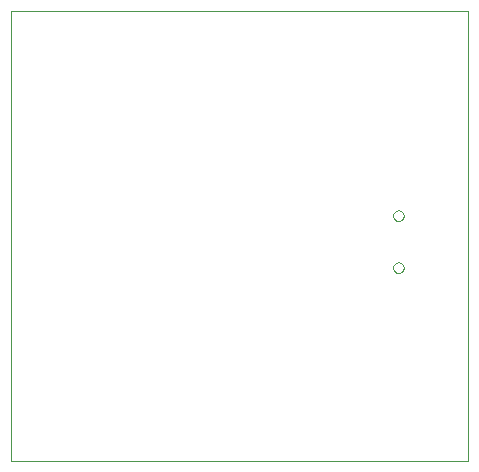
<source format=gbp>
G75*
%MOIN*%
%OFA0B0*%
%FSLAX24Y24*%
%IPPOS*%
%LPD*%
%AMOC8*
5,1,8,0,0,1.08239X$1,22.5*
%
%ADD10C,0.0000*%
D10*
X000180Y000180D02*
X000180Y015176D01*
X015400Y015176D01*
X015400Y000180D01*
X000180Y000180D01*
X012903Y006614D02*
X012905Y006640D01*
X012911Y006666D01*
X012921Y006691D01*
X012934Y006714D01*
X012950Y006734D01*
X012970Y006752D01*
X012992Y006767D01*
X013015Y006779D01*
X013041Y006787D01*
X013067Y006791D01*
X013093Y006791D01*
X013119Y006787D01*
X013145Y006779D01*
X013169Y006767D01*
X013190Y006752D01*
X013210Y006734D01*
X013226Y006714D01*
X013239Y006691D01*
X013249Y006666D01*
X013255Y006640D01*
X013257Y006614D01*
X013255Y006588D01*
X013249Y006562D01*
X013239Y006537D01*
X013226Y006514D01*
X013210Y006494D01*
X013190Y006476D01*
X013168Y006461D01*
X013145Y006449D01*
X013119Y006441D01*
X013093Y006437D01*
X013067Y006437D01*
X013041Y006441D01*
X013015Y006449D01*
X012991Y006461D01*
X012970Y006476D01*
X012950Y006494D01*
X012934Y006514D01*
X012921Y006537D01*
X012911Y006562D01*
X012905Y006588D01*
X012903Y006614D01*
X012903Y008346D02*
X012905Y008372D01*
X012911Y008398D01*
X012921Y008423D01*
X012934Y008446D01*
X012950Y008466D01*
X012970Y008484D01*
X012992Y008499D01*
X013015Y008511D01*
X013041Y008519D01*
X013067Y008523D01*
X013093Y008523D01*
X013119Y008519D01*
X013145Y008511D01*
X013169Y008499D01*
X013190Y008484D01*
X013210Y008466D01*
X013226Y008446D01*
X013239Y008423D01*
X013249Y008398D01*
X013255Y008372D01*
X013257Y008346D01*
X013255Y008320D01*
X013249Y008294D01*
X013239Y008269D01*
X013226Y008246D01*
X013210Y008226D01*
X013190Y008208D01*
X013168Y008193D01*
X013145Y008181D01*
X013119Y008173D01*
X013093Y008169D01*
X013067Y008169D01*
X013041Y008173D01*
X013015Y008181D01*
X012991Y008193D01*
X012970Y008208D01*
X012950Y008226D01*
X012934Y008246D01*
X012921Y008269D01*
X012911Y008294D01*
X012905Y008320D01*
X012903Y008346D01*
M02*

</source>
